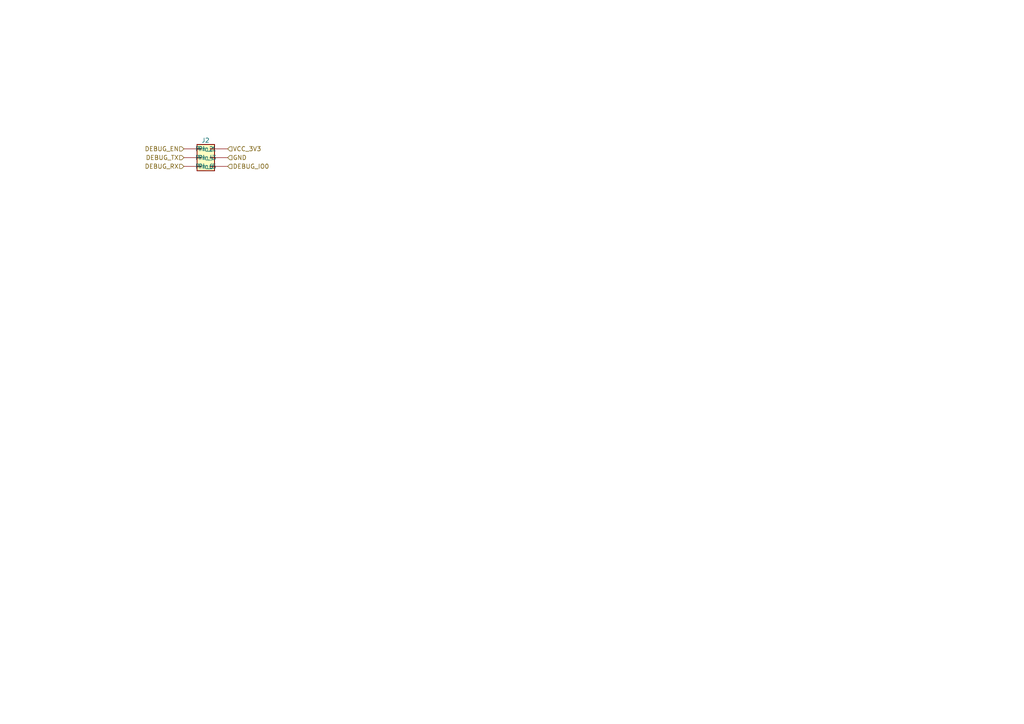
<source format=kicad_sch>
(kicad_sch (version 20250114) (generator "circuit_synth") (generator_version "9.0")
  (paper "A4")
  (lib_symbols
    (symbol "Connector_Generic:Conn_02x03_Odd_Even" (pin_numbers hide) (pin_names (offset 0.254))
      (property "Reference" "J" (at 0 0 0))
      (property "Value" "Conn_02x03_Odd_Even" (at 0 -2.54 0))
      (symbol "Conn_02x03_Odd_Even_0_1"
        (rectangle (start -1.27 3.81) (end 3.81 -3.81) (stroke (width 0.254)) (fill (type background)))
        (rectangle (start -1.27 2.667) (end 0.0 2.413) (stroke (width 0.1524)))
        (rectangle (start -1.27 0.127) (end 0.0 -0.127) (stroke (width 0.1524)))
        (rectangle (start -1.27 -2.413) (end 0.0 -2.667) (stroke (width 0.1524)))
        (rectangle (start 3.81 2.667) (end 2.54 2.413) (stroke (width 0.1524)))
        (rectangle (start 3.81 0.127) (end 2.54 -0.127) (stroke (width 0.1524)))
        (rectangle (start 3.81 -2.413) (end 2.54 -2.667) (stroke (width 0.1524)))
      )
      (symbol "Conn_02x03_Odd_Even_1_1"
        (pin passive line (at -5.08 2.54 0.0) (length 3.81) (name Pin_1) (number "1"))
        (pin passive line (at -5.08 0.0 0.0) (length 3.81) (name Pin_3) (number "3"))
        (pin passive line (at -5.08 -2.54 0.0) (length 3.81) (name Pin_5) (number "5"))
        (pin passive line (at 7.62 2.54 180.0) (length 3.81) (name Pin_2) (number "2"))
        (pin passive line (at 7.62 0.0 180.0) (length 3.81) (name Pin_4) (number "4"))
        (pin passive line (at 7.62 -2.54 180.0) (length 3.81) (name Pin_6) (number "6"))
      )
    )
  )
  (title_block (title Debug_Header) (date 2025-08-06) (company Circuit-Synth))
  (symbol (lib_id "Connector_Generic:Conn_02x03_Odd_Even") (at 58.42 45.72 0) (unit 1)
    (property "Reference" "J2" (at 58.42 40.72 0) (effects (justify left)))
    (property "Footprint" "Connector_IDC:IDC-Header_2x03_P2.54mm_Vertical" (effects (hide yes)))
  )
  (hierarchical_label DEBUG_EN (shape input) (at 53.34 43.18 180))
  (hierarchical_label DEBUG_TX (shape input) (at 53.34 45.72 180))
  (hierarchical_label DEBUG_RX (shape input) (at 53.34 48.26 180))
  (hierarchical_label VCC_3V3 (shape input) (at 66.04 43.18 0))
  (hierarchical_label GND (shape input) (at 66.04 45.72 0))
  (hierarchical_label DEBUG_IO0 (shape input) (at 66.04 48.26 0))
)
</source>
